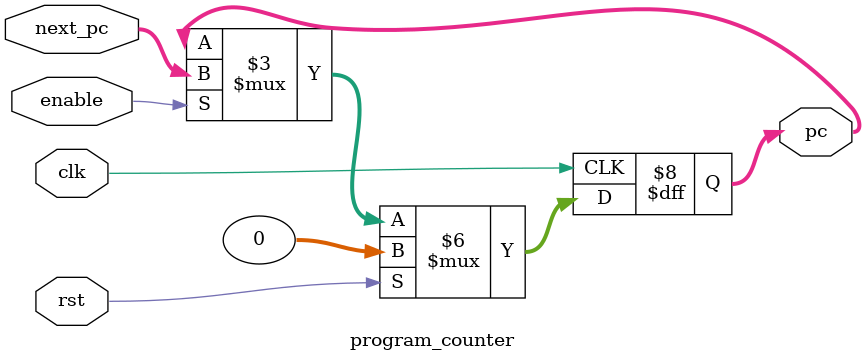
<source format=v>
`timescale 1ns / 1ps

module program_counter #(parameter N = 32) (clk, rst, enable, pc, next_pc);
    input clk, rst, enable;
    output reg [N-1:0] pc;
    input [N-1:0] next_pc;
    
    initial begin
        pc <= 0;
    end


    always @(posedge clk) begin
        if (rst) begin
            pc <= 0;
        end
        else if (enable) begin
            pc <= next_pc;
        end
    end

endmodule
</source>
